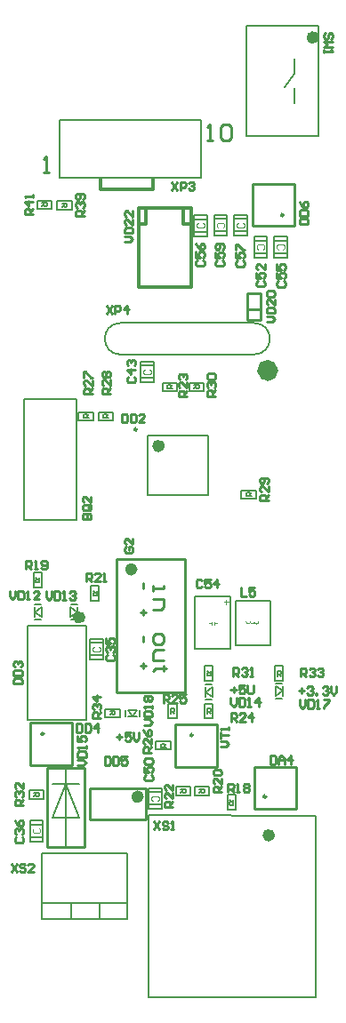
<source format=gto>
G04*
G04 #@! TF.GenerationSoftware,Altium Limited,Altium Designer,19.1.5 (86)*
G04*
G04 Layer_Color=65535*
%FSLAX44Y44*%
%MOMM*%
G71*
G01*
G75*
%ADD10C,1.0000*%
%ADD11C,0.6000*%
%ADD12C,0.2500*%
%ADD13C,0.1000*%
%ADD14C,0.2000*%
%ADD15C,0.3000*%
%ADD16C,0.1500*%
%ADD17C,0.2540*%
%ADD18C,0.0500*%
D10*
X1387014Y727964D02*
G03*
X1387014Y727964I-5000J0D01*
G01*
D11*
X1427940Y1045210D02*
G03*
X1427940Y1045210I-3000J0D01*
G01*
X1281170Y656040D02*
G03*
X1281170Y656040I-3000J0D01*
G01*
X1255220Y538480D02*
G03*
X1255220Y538480I-3000J0D01*
G01*
X1205690Y492760D02*
G03*
X1205690Y492760I-3000J0D01*
G01*
X1261170Y321860D02*
G03*
X1261170Y321860I-3000J0D01*
G01*
X1386030Y285240D02*
G03*
X1386030Y285240I-3000J0D01*
G01*
D12*
X1397120Y876050D02*
G03*
X1397120Y876050I-1250J0D01*
G01*
X1257670Y671790D02*
G03*
X1257670Y671790I-1250J0D01*
G01*
X1169030Y381860D02*
G03*
X1169030Y381860I-1250J0D01*
G01*
X1310900Y380570D02*
G03*
X1310900Y380570I-1250J0D01*
G01*
X1380528Y321956D02*
G03*
X1380528Y321956I-1250J0D01*
G01*
D13*
X1361540Y488418D02*
G03*
X1365540Y488418I2000J0D01*
G01*
X1365540D02*
G03*
X1369540Y488418I2000J0D01*
G01*
D02*
G03*
X1373540Y488418I2000J0D01*
G01*
X1354029Y868715D02*
X1352862Y867549D01*
Y865216D01*
X1354029Y864050D01*
X1358694D01*
X1359860Y865216D01*
Y867549D01*
X1358694Y868715D01*
X1339606Y863885D02*
X1340773Y865051D01*
Y867384D01*
X1339606Y868550D01*
X1334941D01*
X1333775Y867384D01*
Y865051D01*
X1334941Y863885D01*
X1315929Y868395D02*
X1314762Y867229D01*
Y864896D01*
X1315929Y863730D01*
X1320594D01*
X1321760Y864896D01*
Y867229D01*
X1320594Y868395D01*
X1377741Y843245D02*
X1378908Y844411D01*
Y846744D01*
X1377741Y847910D01*
X1373076D01*
X1371910Y846744D01*
Y844411D01*
X1373076Y843245D01*
X1396791D02*
X1397958Y844411D01*
Y846744D01*
X1396791Y847910D01*
X1392126D01*
X1390960Y846744D01*
Y844411D01*
X1392126Y843245D01*
X1265129Y729015D02*
X1263962Y727849D01*
Y725516D01*
X1265129Y724350D01*
X1269794D01*
X1270960Y725516D01*
Y727849D01*
X1269794Y729015D01*
X1216869Y464855D02*
X1215702Y463689D01*
Y461356D01*
X1216869Y460190D01*
X1221534D01*
X1222700Y461356D01*
Y463689D01*
X1221534Y464855D01*
X1277411Y317785D02*
X1278578Y318951D01*
Y321284D01*
X1277411Y322450D01*
X1272746D01*
X1271580Y321284D01*
Y318951D01*
X1272746Y317785D01*
X1159719Y291815D02*
X1158552Y290649D01*
Y288316D01*
X1159719Y287150D01*
X1164384D01*
X1165550Y288316D01*
Y290649D01*
X1164384Y291815D01*
D14*
X1242060Y773190D02*
G03*
X1242060Y743190I0J-15000D01*
G01*
X1369060D02*
G03*
X1369060Y773190I0J15000D01*
G01*
X1183880Y911230D02*
X1184317Y911205D01*
X1183880Y911230D02*
Y966230D01*
X1198880D01*
X1318260Y911219D02*
Y966230D01*
X1198880D02*
X1318260D01*
X1184317Y911205D02*
X1318260Y911219D01*
X1407160Y982980D02*
Y996950D01*
X1398270Y998220D02*
X1407160Y1010920D01*
Y1024890D01*
X1361440Y951230D02*
Y1056640D01*
Y951230D02*
X1430020D01*
Y1056640D01*
X1361440D02*
X1430020D01*
X1350360Y856300D02*
Y876300D01*
X1362360D01*
Y856300D02*
Y876300D01*
X1350360Y856300D02*
X1362360D01*
X1350360Y860300D02*
X1362360D01*
X1350360Y872300D02*
X1362360D01*
X1343275Y856300D02*
Y876300D01*
X1331275Y856300D02*
X1343275D01*
X1331275D02*
Y876300D01*
X1343275D01*
X1331275Y872300D02*
X1343275D01*
X1331275Y860300D02*
X1343275D01*
X1312260Y855980D02*
Y875980D01*
X1324260D01*
Y855980D02*
Y875980D01*
X1312260Y855980D02*
X1324260D01*
X1312260Y859980D02*
X1324260D01*
X1312260Y871980D02*
X1324260D01*
X1381410Y835660D02*
Y855660D01*
X1369410Y835660D02*
X1381410D01*
X1369410D02*
Y855660D01*
X1381410D01*
X1369410Y851660D02*
X1381410D01*
X1369410Y839660D02*
X1381410D01*
X1400460Y835660D02*
Y855660D01*
X1388460Y835660D02*
X1400460D01*
X1388460D02*
Y855660D01*
X1400460D01*
X1388460Y851660D02*
X1400460D01*
X1388460Y839660D02*
X1400460D01*
X1149750Y700480D02*
X1199750D01*
X1149750Y585480D02*
Y700480D01*
Y585480D02*
X1199750D01*
Y700480D01*
X1261460Y716600D02*
Y736600D01*
X1273460D01*
Y716600D02*
Y736600D01*
X1261460Y716600D02*
X1273460D01*
X1261460Y720600D02*
X1273460D01*
X1261460Y732600D02*
X1273460D01*
X1351290Y466230D02*
X1384290D01*
Y508730D01*
X1351290D02*
X1384290D01*
X1351290Y466230D02*
Y508730D01*
X1160480Y490840D02*
X1166480D01*
X1160480Y504840D02*
X1166480D01*
X1194770D02*
X1200770D01*
X1194770Y490840D02*
X1200770D01*
X1213200Y452440D02*
Y472440D01*
X1225200D01*
Y452440D02*
Y472440D01*
X1213200Y452440D02*
X1225200D01*
X1213200Y456440D02*
X1225200D01*
X1213200Y468440D02*
X1225200D01*
X1268170Y609040D02*
X1325170D01*
X1268170Y666040D02*
X1325170Y666040D01*
X1325170Y609040D01*
X1268170D02*
Y666040D01*
X1260490Y398480D02*
Y404480D01*
X1246490Y398480D02*
Y404480D01*
X1390030Y429656D02*
X1396030D01*
X1390030Y415656D02*
X1396030D01*
X1323040Y414640D02*
X1329040D01*
X1323040Y428640D02*
X1329040D01*
X1281080Y310200D02*
Y330200D01*
X1269080Y310200D02*
X1281080D01*
X1269080D02*
Y330200D01*
X1281080D01*
X1269080Y326200D02*
X1281080D01*
X1269080Y314200D02*
X1281080D01*
X1209040Y394970D02*
Y485140D01*
X1153160Y394970D02*
X1209040D01*
X1153160D02*
Y485140D01*
X1209040D01*
X1156050Y295400D02*
X1168050D01*
X1156050Y283400D02*
X1168050D01*
X1156050Y279400D02*
X1168050D01*
Y299400D01*
X1156050D02*
X1168050D01*
X1156050Y279400D02*
Y299400D01*
X1177490Y334010D02*
X1202490D01*
X1189990Y274010D02*
Y349010D01*
X1177490Y301510D02*
X1202490D01*
X1189990Y332760D02*
Y334010D01*
X1177490Y301510D02*
X1189990Y334010D01*
X1202490Y301510D01*
X1167130Y267700D02*
X1248410D01*
Y205470D02*
Y267700D01*
X1167130Y205470D02*
X1248410D01*
X1167130D02*
Y267700D01*
Y220710D02*
X1248410D01*
X1195070Y205470D02*
Y220710D01*
X1221740Y205470D02*
Y220710D01*
X1268730Y300720D02*
Y304530D01*
X1427480Y303260D01*
Y130540D02*
Y303260D01*
X1268730Y130540D02*
X1427480D01*
X1268730D02*
Y300720D01*
X1346690Y462380D02*
Y512380D01*
X1312690Y462380D02*
X1346690D01*
X1312690D02*
Y512380D01*
X1346690D01*
X1242060Y773190D02*
X1369060D01*
X1241060Y743190D02*
X1369060D01*
D15*
X1272840Y900830D02*
Y910830D01*
X1222840Y900830D02*
X1272840D01*
X1222840D02*
Y910830D01*
X1301471Y867409D02*
Y882409D01*
Y867409D02*
X1308971D01*
X1266471D02*
Y882409D01*
X1258971Y867409D02*
X1266471D01*
X1258970Y807410D02*
Y882410D01*
X1308970D01*
Y807410D02*
Y882410D01*
X1258970Y807410D02*
X1308970D01*
D16*
X1181608Y881380D02*
X1195832D01*
X1181608Y889254D02*
X1195832D01*
X1181608Y881380D02*
Y889254D01*
X1195832Y881380D02*
Y889254D01*
X1162558Y881855D02*
X1176782D01*
X1162558Y889729D02*
X1176782D01*
X1162558Y881855D02*
Y889729D01*
X1176782Y881855D02*
Y889729D01*
X1281938Y716280D02*
X1296162D01*
X1281938Y708406D02*
X1296162D01*
Y716280D01*
X1281938Y708406D02*
Y716280D01*
X1307338Y708340D02*
X1321562D01*
X1307338Y716214D02*
X1321562D01*
X1307338Y708340D02*
Y716214D01*
X1321562Y708340D02*
Y716214D01*
X1356868Y613730D02*
X1371092D01*
X1356868Y605856D02*
X1371092D01*
Y613730D01*
X1356868Y605856D02*
Y613730D01*
X1201928Y688340D02*
X1216152D01*
X1201928Y680466D02*
X1216152D01*
Y688340D01*
X1201928Y680466D02*
Y688340D01*
X1220978D02*
X1235202D01*
X1220978Y680466D02*
X1235202D01*
Y688340D01*
X1220978Y680466D02*
Y688340D01*
X1159190Y521208D02*
Y535432D01*
X1167064Y521208D02*
Y535432D01*
X1159190D02*
X1167064D01*
X1159190Y521208D02*
X1167064D01*
X1166730Y493282D02*
Y502282D01*
X1160230Y497782D02*
X1166730Y493282D01*
X1160230D02*
Y502282D01*
Y497782D02*
X1166730Y502282D01*
X1194520Y493398D02*
Y502398D01*
X1201020Y497898D01*
Y493398D02*
Y502398D01*
X1194520Y493398D02*
X1201020Y497898D01*
X1213800Y508508D02*
Y522732D01*
X1221674Y508508D02*
Y522732D01*
X1213800D02*
X1221674D01*
X1213800Y508508D02*
X1221674D01*
X1396746Y432308D02*
Y446532D01*
X1388872Y432308D02*
Y446532D01*
Y432308D02*
X1396746D01*
X1388872Y446532D02*
X1396746D01*
X1249048Y404730D02*
X1258048D01*
X1253548Y398230D02*
X1258048Y404730D01*
X1249048Y398230D02*
X1258048D01*
X1249048Y404730D02*
X1253548Y398230D01*
X1322070Y432308D02*
Y446532D01*
X1329944Y432308D02*
Y446532D01*
X1322070D02*
X1329944D01*
X1322070Y432308D02*
X1329944D01*
X1227328Y397510D02*
X1241552D01*
X1227328Y405384D02*
X1241552D01*
X1227328Y397510D02*
Y405384D01*
X1241552Y397510D02*
Y405384D01*
X1389780Y418214D02*
Y427214D01*
X1396280Y422714D01*
Y418214D02*
Y427214D01*
X1389780Y418214D02*
X1396280Y422714D01*
X1329290Y417082D02*
Y426082D01*
X1322790Y421582D02*
X1329290Y417082D01*
X1322790D02*
Y426082D01*
Y421582D02*
X1329290Y426082D01*
X1169162Y320040D02*
Y327914D01*
X1154938Y320040D02*
Y327914D01*
X1169162D01*
X1154938Y320040D02*
X1169162D01*
X1275588Y366826D02*
Y374700D01*
X1289812Y366826D02*
Y374700D01*
X1275588Y366826D02*
X1289812D01*
X1275588Y374700D02*
X1289812D01*
X1322136Y410702D02*
X1330010D01*
X1322136Y396478D02*
X1330010D01*
X1322136D02*
Y410702D01*
X1330010Y396478D02*
Y410702D01*
X1287526D02*
X1295400D01*
X1287526Y396478D02*
X1295400D01*
X1287526D02*
Y410702D01*
X1295400Y396478D02*
Y410702D01*
X1343848Y309436D02*
X1351722D01*
X1343848Y323660D02*
X1351722D01*
Y309436D02*
Y323660D01*
X1343848Y309436D02*
Y323660D01*
X1326642Y323260D02*
Y331134D01*
X1312418Y323260D02*
Y331134D01*
X1326642D01*
X1312418Y323260D02*
X1326642D01*
X1308862D02*
Y331134D01*
X1294638Y323260D02*
Y331134D01*
X1308862D01*
X1294638Y323260D02*
X1308862D01*
X1186180Y886968D02*
X1191178D01*
Y884469D01*
X1190345Y883636D01*
X1188679D01*
X1187846Y884469D01*
Y886968D01*
Y885302D02*
X1186180Y883636D01*
X1167130Y887443D02*
X1172128D01*
Y884944D01*
X1171295Y884111D01*
X1169629D01*
X1168796Y884944D01*
Y887443D01*
Y885777D02*
X1167130Y884111D01*
X1291590Y710692D02*
X1286592D01*
Y713191D01*
X1287425Y714024D01*
X1289091D01*
X1289924Y713191D01*
Y710692D01*
Y712358D02*
X1291590Y714024D01*
X1311910Y713928D02*
X1316908D01*
Y711429D01*
X1316075Y710596D01*
X1314409D01*
X1313576Y711429D01*
Y713928D01*
Y712262D02*
X1311910Y710596D01*
X1366520Y608142D02*
X1361522D01*
Y610641D01*
X1362355Y611474D01*
X1364021D01*
X1364854Y610641D01*
Y608142D01*
Y609808D02*
X1366520Y611474D01*
X1211580Y682752D02*
X1206582D01*
Y685251D01*
X1207415Y686084D01*
X1209081D01*
X1209914Y685251D01*
Y682752D01*
Y684418D02*
X1211580Y686084D01*
X1230630Y682752D02*
X1225632D01*
Y685251D01*
X1226465Y686084D01*
X1228131D01*
X1228964Y685251D01*
Y682752D01*
Y684418D02*
X1230630Y686084D01*
X1164778Y530860D02*
Y525862D01*
X1162279D01*
X1161446Y526695D01*
Y528361D01*
X1162279Y529194D01*
X1164778D01*
X1163112D02*
X1161446Y530860D01*
X1219388Y518160D02*
Y513162D01*
X1216889D01*
X1216056Y513995D01*
Y515661D01*
X1216889Y516494D01*
X1219388D01*
X1217722D02*
X1216056Y518160D01*
X1391158Y436880D02*
Y441878D01*
X1393657D01*
X1394490Y441045D01*
Y439379D01*
X1393657Y438546D01*
X1391158D01*
X1392824D02*
X1394490Y436880D01*
X1327658Y441960D02*
Y436962D01*
X1325159D01*
X1324326Y437795D01*
Y439461D01*
X1325159Y440294D01*
X1327658D01*
X1325992D02*
X1324326Y441960D01*
X1231900Y403098D02*
X1236898D01*
Y400599D01*
X1236065Y399766D01*
X1234399D01*
X1233566Y400599D01*
Y403098D01*
Y401432D02*
X1231900Y399766D01*
X1159510Y325628D02*
X1164508D01*
Y323129D01*
X1163675Y322296D01*
X1162009D01*
X1161176Y323129D01*
Y325628D01*
Y323962D02*
X1159510Y322296D01*
X1285240Y369112D02*
X1280242D01*
Y371611D01*
X1281075Y372444D01*
X1282741D01*
X1283574Y371611D01*
Y369112D01*
Y370778D02*
X1285240Y372444D01*
X1324422Y401050D02*
Y406048D01*
X1326921D01*
X1327754Y405215D01*
Y403549D01*
X1326921Y402716D01*
X1324422D01*
X1326088D02*
X1327754Y401050D01*
X1289812D02*
Y406048D01*
X1292311D01*
X1293144Y405215D01*
Y403549D01*
X1292311Y402716D01*
X1289812D01*
X1291478D02*
X1293144Y401050D01*
X1349436Y319088D02*
Y314090D01*
X1346937D01*
X1346104Y314923D01*
Y316589D01*
X1346937Y317422D01*
X1349436D01*
X1347770D02*
X1346104Y319088D01*
X1316990Y328848D02*
X1321988D01*
Y326349D01*
X1321155Y325516D01*
X1319489D01*
X1318656Y326349D01*
Y328848D01*
Y327182D02*
X1316990Y325516D01*
X1299210Y328848D02*
X1304208D01*
Y326349D01*
X1303375Y325516D01*
X1301709D01*
X1300876Y326349D01*
Y328848D01*
Y327182D02*
X1299210Y325516D01*
D17*
X1367870Y865800D02*
Y905800D01*
X1407870D01*
Y865800D02*
Y905800D01*
X1367870Y865800D02*
X1407870D01*
X1363060Y786290D02*
X1375060D01*
X1363060Y801290D02*
X1375060D01*
X1363060Y776290D02*
Y801290D01*
Y776290D02*
X1375060D01*
Y801290D01*
X1303420Y421640D02*
Y548240D01*
X1238420Y421640D02*
X1303420D01*
X1238420D02*
Y548240D01*
X1303420D01*
X1155780Y392110D02*
X1195780D01*
X1155780Y352110D02*
Y392110D01*
Y352110D02*
X1195780D01*
Y392110D01*
X1172490Y274010D02*
X1207490D01*
Y349010D01*
X1172490D02*
X1207490D01*
X1172490Y274010D02*
Y349010D01*
X1213170Y299860D02*
Y329860D01*
Y299860D02*
X1266170D01*
Y329860D01*
X1213170D02*
X1266170D01*
X1294150Y390570D02*
X1334150D01*
X1294150Y350570D02*
Y390570D01*
Y350570D02*
X1334150D01*
Y390570D01*
X1369028Y349956D02*
X1409028D01*
Y309956D02*
Y349956D01*
X1369028Y309956D02*
X1409028D01*
X1369028D02*
Y349956D01*
X1238250Y378903D02*
X1243582D01*
X1240916Y381568D02*
Y376237D01*
X1251579Y382901D02*
X1246247D01*
Y378903D01*
X1248913Y380236D01*
X1250246D01*
X1251579Y378903D01*
Y376237D01*
X1250246Y374904D01*
X1247580D01*
X1246247Y376237D01*
X1254245Y382901D02*
Y377570D01*
X1256911Y374904D01*
X1259576Y377570D01*
Y382901D01*
X1411732Y423099D02*
X1417064D01*
X1414398Y425765D02*
Y420433D01*
X1419729Y425765D02*
X1421062Y427097D01*
X1423728D01*
X1425061Y425765D01*
Y424432D01*
X1423728Y423099D01*
X1422395D01*
X1423728D01*
X1425061Y421766D01*
Y420433D01*
X1423728Y419100D01*
X1421062D01*
X1419729Y420433D01*
X1427727Y419100D02*
Y420433D01*
X1429060D01*
Y419100D01*
X1427727D01*
X1434391Y425765D02*
X1435724Y427097D01*
X1438390D01*
X1439723Y425765D01*
Y424432D01*
X1438390Y423099D01*
X1437057D01*
X1438390D01*
X1439723Y421766D01*
Y420433D01*
X1438390Y419100D01*
X1435724D01*
X1434391Y420433D01*
X1442389Y427097D02*
Y421766D01*
X1445055Y419100D01*
X1447720Y421766D01*
Y427097D01*
X1346962Y424115D02*
X1352294D01*
X1349628Y426781D02*
Y421449D01*
X1360291Y428113D02*
X1354959D01*
Y424115D01*
X1357625Y425448D01*
X1358958D01*
X1360291Y424115D01*
Y421449D01*
X1358958Y420116D01*
X1356292D01*
X1354959Y421449D01*
X1362957Y428113D02*
Y421449D01*
X1364290Y420116D01*
X1366956D01*
X1368288Y421449D01*
Y428113D01*
X1168880Y916830D02*
X1173958D01*
X1171419D01*
Y932065D01*
X1168880Y929526D01*
X1324610Y947420D02*
X1329688D01*
X1327149D01*
Y962655D01*
X1324610Y960116D01*
X1337306D02*
X1339845Y962655D01*
X1344923D01*
X1347463Y960116D01*
Y949959D01*
X1344923Y947420D01*
X1339845D01*
X1337306Y949959D01*
Y960116D01*
X1263839Y474980D02*
Y469648D01*
Y449580D02*
Y444248D01*
X1266505Y446914D02*
X1261173D01*
X1263839Y500380D02*
Y495048D01*
X1266505Y497714D02*
X1261173D01*
X1263839Y525780D02*
Y520448D01*
X1272540Y474981D02*
Y469902D01*
X1275079Y467363D01*
X1280157D01*
X1282697Y469902D01*
Y474981D01*
X1280157Y477520D01*
X1275079D01*
X1272540Y474981D01*
X1282697Y462285D02*
X1275079D01*
X1272540Y459746D01*
Y452128D01*
X1282697D01*
X1285236Y444511D02*
X1282697D01*
Y447050D01*
Y441972D01*
Y444511D01*
X1275079D01*
X1272540Y441972D01*
Y523240D02*
Y518162D01*
Y520701D01*
X1282697D01*
Y523240D01*
X1272540Y510544D02*
X1282697D01*
Y502927D01*
X1280157Y500387D01*
X1272540D01*
X1205869Y586486D02*
X1213866D01*
Y590485D01*
X1212533Y591818D01*
X1211200D01*
X1209867Y590485D01*
Y586486D01*
Y590485D01*
X1208534Y591818D01*
X1207202D01*
X1205869Y590485D01*
Y586486D01*
X1212533Y599815D02*
X1207202D01*
X1205869Y598482D01*
Y595816D01*
X1207202Y594483D01*
X1212533D01*
X1213866Y595816D01*
Y598482D01*
X1211200Y597149D02*
X1213866Y599815D01*
Y598482D02*
X1212533Y599815D01*
X1213866Y607812D02*
Y602481D01*
X1208534Y607812D01*
X1207202D01*
X1205869Y606480D01*
Y603814D01*
X1207202Y602481D01*
X1137920Y258187D02*
X1143252Y250190D01*
Y258187D02*
X1137920Y250190D01*
X1151249Y256854D02*
X1149916Y258187D01*
X1147250D01*
X1145917Y256854D01*
Y255522D01*
X1147250Y254189D01*
X1149916D01*
X1151249Y252856D01*
Y251523D01*
X1149916Y250190D01*
X1147250D01*
X1145917Y251523D01*
X1159246Y250190D02*
X1153915D01*
X1159246Y255522D01*
Y256854D01*
X1157914Y258187D01*
X1155248D01*
X1153915Y256854D01*
X1273810Y298557D02*
X1279142Y290560D01*
Y298557D02*
X1273810Y290560D01*
X1287139Y297225D02*
X1285806Y298557D01*
X1283140D01*
X1281807Y297225D01*
Y295892D01*
X1283140Y294559D01*
X1285806D01*
X1287139Y293226D01*
Y291893D01*
X1285806Y290560D01*
X1283140D01*
X1281807Y291893D01*
X1289805Y290560D02*
X1292471D01*
X1291138D01*
Y298557D01*
X1289805Y297225D01*
X1228598Y789809D02*
X1233930Y781812D01*
Y789809D02*
X1228598Y781812D01*
X1236595D02*
Y789809D01*
X1240594D01*
X1241927Y788476D01*
Y785811D01*
X1240594Y784478D01*
X1236595D01*
X1248592Y781812D02*
Y789809D01*
X1244593Y785811D01*
X1249924D01*
X1290828Y907665D02*
X1296160Y899668D01*
Y907665D02*
X1290828Y899668D01*
X1298825D02*
Y907665D01*
X1302824D01*
X1304157Y906332D01*
Y903667D01*
X1302824Y902334D01*
X1298825D01*
X1306823Y906332D02*
X1308156Y907665D01*
X1310822D01*
X1312154Y906332D01*
Y905000D01*
X1310822Y903667D01*
X1309489D01*
X1310822D01*
X1312154Y902334D01*
Y901001D01*
X1310822Y899668D01*
X1308156D01*
X1306823Y901001D01*
X1336933Y369570D02*
X1342264D01*
X1344930Y372236D01*
X1342264Y374902D01*
X1336933D01*
Y377567D02*
Y382899D01*
Y380233D01*
X1344930D01*
Y385565D02*
Y388231D01*
Y386898D01*
X1336933D01*
X1338266Y385565D01*
X1245747Y850646D02*
X1251078D01*
X1253744Y853312D01*
X1251078Y855978D01*
X1245747D01*
Y858643D02*
X1253744D01*
Y862642D01*
X1252411Y863975D01*
X1247079D01*
X1245747Y862642D01*
Y858643D01*
X1253744Y871972D02*
Y866641D01*
X1248412Y871972D01*
X1247079D01*
X1245747Y870640D01*
Y867974D01*
X1247079Y866641D01*
X1253744Y879970D02*
Y874638D01*
X1248412Y879970D01*
X1247079D01*
X1245747Y878637D01*
Y875971D01*
X1247079Y874638D01*
X1380875Y774446D02*
X1386206D01*
X1388872Y777112D01*
X1386206Y779778D01*
X1380875D01*
Y782443D02*
X1388872D01*
Y786442D01*
X1387539Y787775D01*
X1382207D01*
X1380875Y786442D01*
Y782443D01*
X1388872Y795772D02*
Y790441D01*
X1383540Y795772D01*
X1382207D01*
X1380875Y794440D01*
Y791774D01*
X1382207Y790441D01*
Y798438D02*
X1380875Y799771D01*
Y802437D01*
X1382207Y803770D01*
X1387539D01*
X1388872Y802437D01*
Y799771D01*
X1387539Y798438D01*
X1382207D01*
X1264035Y390144D02*
X1269366D01*
X1272032Y392810D01*
X1269366Y395476D01*
X1264035D01*
Y398141D02*
X1272032D01*
Y402140D01*
X1270699Y403473D01*
X1265368D01*
X1264035Y402140D01*
Y398141D01*
X1272032Y406139D02*
Y408805D01*
Y407472D01*
X1264035D01*
X1265368Y406139D01*
Y412803D02*
X1264035Y414136D01*
Y416802D01*
X1265368Y418135D01*
X1266700D01*
X1268033Y416802D01*
X1269366Y418135D01*
X1270699D01*
X1272032Y416802D01*
Y414136D01*
X1270699Y412803D01*
X1269366D01*
X1268033Y414136D01*
X1266700Y412803D01*
X1265368D01*
X1268033Y414136D02*
Y416802D01*
X1412494Y414143D02*
Y408812D01*
X1415160Y406146D01*
X1417826Y408812D01*
Y414143D01*
X1420491D02*
Y406146D01*
X1424490D01*
X1425823Y407479D01*
Y412811D01*
X1424490Y414143D01*
X1420491D01*
X1428489Y406146D02*
X1431155D01*
X1429822D01*
Y414143D01*
X1428489Y412811D01*
X1435153Y414143D02*
X1440485D01*
Y412811D01*
X1435153Y407479D01*
Y406146D01*
X1201043Y351790D02*
X1206374D01*
X1209040Y354456D01*
X1206374Y357122D01*
X1201043D01*
Y359787D02*
X1209040D01*
Y363786D01*
X1207707Y365119D01*
X1202375D01*
X1201043Y363786D01*
Y359787D01*
X1209040Y367785D02*
Y370451D01*
Y369118D01*
X1201043D01*
X1202375Y367785D01*
X1201043Y379781D02*
Y374449D01*
X1205041D01*
X1203708Y377115D01*
Y378448D01*
X1205041Y379781D01*
X1207707D01*
X1209040Y378448D01*
Y375782D01*
X1207707Y374449D01*
X1346962Y415921D02*
Y410590D01*
X1349628Y407924D01*
X1352294Y410590D01*
Y415921D01*
X1354959D02*
Y407924D01*
X1358958D01*
X1360291Y409257D01*
Y414589D01*
X1358958Y415921D01*
X1354959D01*
X1362957Y407924D02*
X1365623D01*
X1364290D01*
Y415921D01*
X1362957Y414589D01*
X1373620Y407924D02*
Y415921D01*
X1369621Y411923D01*
X1374953D01*
X1170940Y517521D02*
Y512190D01*
X1173606Y509524D01*
X1176272Y512190D01*
Y517521D01*
X1178937D02*
Y509524D01*
X1182936D01*
X1184269Y510857D01*
Y516189D01*
X1182936Y517521D01*
X1178937D01*
X1186935Y509524D02*
X1189601D01*
X1188268D01*
Y517521D01*
X1186935Y516189D01*
X1193599D02*
X1194932Y517521D01*
X1197598D01*
X1198931Y516189D01*
Y514856D01*
X1197598Y513523D01*
X1196265D01*
X1197598D01*
X1198931Y512190D01*
Y510857D01*
X1197598Y509524D01*
X1194932D01*
X1193599Y510857D01*
X1136396Y517775D02*
Y512444D01*
X1139062Y509778D01*
X1141728Y512444D01*
Y517775D01*
X1144393D02*
Y509778D01*
X1148392D01*
X1149725Y511111D01*
Y516442D01*
X1148392Y517775D01*
X1144393D01*
X1152391Y509778D02*
X1155057D01*
X1153724D01*
Y517775D01*
X1152391Y516442D01*
X1164387Y509778D02*
X1159055D01*
X1164387Y515110D01*
Y516442D01*
X1163054Y517775D01*
X1160388D01*
X1159055Y516442D01*
X1442527Y1043942D02*
X1443859Y1045275D01*
Y1047941D01*
X1442527Y1049274D01*
X1441194D01*
X1439861Y1047941D01*
Y1045275D01*
X1438528Y1043942D01*
X1437195D01*
X1435862Y1045275D01*
Y1047941D01*
X1437195Y1049274D01*
X1443859Y1041277D02*
X1435862D01*
X1438528Y1038611D01*
X1435862Y1035945D01*
X1443859D01*
X1435862Y1033279D02*
Y1030613D01*
Y1031946D01*
X1443859D01*
X1442527Y1033279D01*
X1158748Y876554D02*
X1150751D01*
Y880553D01*
X1152084Y881886D01*
X1154749D01*
X1156082Y880553D01*
Y876554D01*
Y879220D02*
X1158748Y881886D01*
Y888550D02*
X1150751D01*
X1154749Y884551D01*
Y889883D01*
X1158748Y892549D02*
Y895215D01*
Y893882D01*
X1150751D01*
X1152084Y892549D01*
X1207516Y875030D02*
X1199519D01*
Y879029D01*
X1200852Y880362D01*
X1203517D01*
X1204850Y879029D01*
Y875030D01*
Y877696D02*
X1207516Y880362D01*
X1200852Y883027D02*
X1199519Y884360D01*
Y887026D01*
X1200852Y888359D01*
X1202184D01*
X1203517Y887026D01*
Y885693D01*
Y887026D01*
X1204850Y888359D01*
X1206183D01*
X1207516Y887026D01*
Y884360D01*
X1206183Y883027D01*
Y891025D02*
X1207516Y892358D01*
Y895024D01*
X1206183Y896356D01*
X1200852D01*
X1199519Y895024D01*
Y892358D01*
X1200852Y891025D01*
X1202184D01*
X1203517Y892358D01*
Y896356D01*
X1223264Y397002D02*
X1215267D01*
Y401001D01*
X1216600Y402334D01*
X1219265D01*
X1220598Y401001D01*
Y397002D01*
Y399668D02*
X1223264Y402334D01*
X1216600Y404999D02*
X1215267Y406332D01*
Y408998D01*
X1216600Y410331D01*
X1217932D01*
X1219265Y408998D01*
Y407665D01*
Y408998D01*
X1220598Y410331D01*
X1221931D01*
X1223264Y408998D01*
Y406332D01*
X1221931Y404999D01*
X1223264Y416996D02*
X1215267D01*
X1219265Y412997D01*
Y418328D01*
X1413510Y436372D02*
Y444369D01*
X1417509D01*
X1418842Y443036D01*
Y440371D01*
X1417509Y439038D01*
X1413510D01*
X1416176D02*
X1418842Y436372D01*
X1421507Y443036D02*
X1422840Y444369D01*
X1425506D01*
X1426839Y443036D01*
Y441704D01*
X1425506Y440371D01*
X1424173D01*
X1425506D01*
X1426839Y439038D01*
Y437705D01*
X1425506Y436372D01*
X1422840D01*
X1421507Y437705D01*
X1429505Y443036D02*
X1430838Y444369D01*
X1433504D01*
X1434836Y443036D01*
Y441704D01*
X1433504Y440371D01*
X1432171D01*
X1433504D01*
X1434836Y439038D01*
Y437705D01*
X1433504Y436372D01*
X1430838D01*
X1429505Y437705D01*
X1149350Y313690D02*
X1141353D01*
Y317689D01*
X1142685Y319022D01*
X1145351D01*
X1146684Y317689D01*
Y313690D01*
Y316356D02*
X1149350Y319022D01*
X1142685Y321687D02*
X1141353Y323020D01*
Y325686D01*
X1142685Y327019D01*
X1144018D01*
X1145351Y325686D01*
Y324353D01*
Y325686D01*
X1146684Y327019D01*
X1148017D01*
X1149350Y325686D01*
Y323020D01*
X1148017Y321687D01*
X1149350Y335016D02*
Y329685D01*
X1144018Y335016D01*
X1142685D01*
X1141353Y333684D01*
Y331018D01*
X1142685Y329685D01*
X1349248Y436626D02*
Y444623D01*
X1353247D01*
X1354580Y443290D01*
Y440625D01*
X1353247Y439292D01*
X1349248D01*
X1351914D02*
X1354580Y436626D01*
X1357245Y443290D02*
X1358578Y444623D01*
X1361244D01*
X1362577Y443290D01*
Y441958D01*
X1361244Y440625D01*
X1359911D01*
X1361244D01*
X1362577Y439292D01*
Y437959D01*
X1361244Y436626D01*
X1358578D01*
X1357245Y437959D01*
X1365243Y436626D02*
X1367909D01*
X1366576D01*
Y444623D01*
X1365243Y443290D01*
X1332230Y703580D02*
X1324233D01*
Y707579D01*
X1325565Y708912D01*
X1328231D01*
X1329564Y707579D01*
Y703580D01*
Y706246D02*
X1332230Y708912D01*
X1325565Y711577D02*
X1324233Y712910D01*
Y715576D01*
X1325565Y716909D01*
X1326898D01*
X1328231Y715576D01*
Y714243D01*
Y715576D01*
X1329564Y716909D01*
X1330897D01*
X1332230Y715576D01*
Y712910D01*
X1330897Y711577D01*
X1325565Y719575D02*
X1324233Y720908D01*
Y723574D01*
X1325565Y724906D01*
X1330897D01*
X1332230Y723574D01*
Y720908D01*
X1330897Y719575D01*
X1325565D01*
X1382776Y604266D02*
X1374779D01*
Y608265D01*
X1376111Y609598D01*
X1378777D01*
X1380110Y608265D01*
Y604266D01*
Y606932D02*
X1382776Y609598D01*
Y617595D02*
Y612263D01*
X1377444Y617595D01*
X1376111D01*
X1374779Y616262D01*
Y613596D01*
X1376111Y612263D01*
X1381443Y620261D02*
X1382776Y621594D01*
Y624260D01*
X1381443Y625592D01*
X1376111D01*
X1374779Y624260D01*
Y621594D01*
X1376111Y620261D01*
X1377444D01*
X1378777Y621594D01*
Y625592D01*
X1232408Y705612D02*
X1224411D01*
Y709611D01*
X1225743Y710944D01*
X1228409D01*
X1229742Y709611D01*
Y705612D01*
Y708278D02*
X1232408Y710944D01*
Y718941D02*
Y713609D01*
X1227076Y718941D01*
X1225743D01*
X1224411Y717608D01*
Y714942D01*
X1225743Y713609D01*
Y721607D02*
X1224411Y722940D01*
Y725606D01*
X1225743Y726938D01*
X1227076D01*
X1228409Y725606D01*
X1229742Y726938D01*
X1231075D01*
X1232408Y725606D01*
Y722940D01*
X1231075Y721607D01*
X1229742D01*
X1228409Y722940D01*
X1227076Y721607D01*
X1225743D01*
X1228409Y722940D02*
Y725606D01*
X1215136Y705358D02*
X1207139D01*
Y709357D01*
X1208472Y710690D01*
X1211137D01*
X1212470Y709357D01*
Y705358D01*
Y708024D02*
X1215136Y710690D01*
Y718687D02*
Y713355D01*
X1209804Y718687D01*
X1208472D01*
X1207139Y717354D01*
Y714688D01*
X1208472Y713355D01*
X1207139Y721353D02*
Y726684D01*
X1208472D01*
X1213803Y721353D01*
X1215136D01*
X1271524Y363982D02*
X1263527D01*
Y367981D01*
X1264859Y369314D01*
X1267525D01*
X1268858Y367981D01*
Y363982D01*
Y366648D02*
X1271524Y369314D01*
Y377311D02*
Y371979D01*
X1266192Y377311D01*
X1264859D01*
X1263527Y375978D01*
Y373312D01*
X1264859Y371979D01*
X1263527Y385308D02*
X1264859Y382643D01*
X1267525Y379977D01*
X1270191D01*
X1271524Y381310D01*
Y383976D01*
X1270191Y385308D01*
X1268858D01*
X1267525Y383976D01*
Y379977D01*
X1282700Y411480D02*
Y419477D01*
X1286699D01*
X1288032Y418144D01*
Y415479D01*
X1286699Y414146D01*
X1282700D01*
X1285366D02*
X1288032Y411480D01*
X1296029D02*
X1290697D01*
X1296029Y416812D01*
Y418144D01*
X1294696Y419477D01*
X1292030D01*
X1290697Y418144D01*
X1304026Y419477D02*
X1298695D01*
Y415479D01*
X1301361Y416812D01*
X1302694D01*
X1304026Y415479D01*
Y412813D01*
X1302694Y411480D01*
X1300028D01*
X1298695Y412813D01*
X1347216Y393700D02*
Y401697D01*
X1351215D01*
X1352548Y400364D01*
Y397699D01*
X1351215Y396366D01*
X1347216D01*
X1349882D02*
X1352548Y393700D01*
X1360545D02*
X1355213D01*
X1360545Y399032D01*
Y400364D01*
X1359212Y401697D01*
X1356546D01*
X1355213Y400364D01*
X1367210Y393700D02*
Y401697D01*
X1363211Y397699D01*
X1368542D01*
X1305306Y703326D02*
X1297309D01*
Y707325D01*
X1298642Y708658D01*
X1301307D01*
X1302640Y707325D01*
Y703326D01*
Y705992D02*
X1305306Y708658D01*
Y716655D02*
Y711323D01*
X1299974Y716655D01*
X1298642D01*
X1297309Y715322D01*
Y712656D01*
X1298642Y711323D01*
Y719321D02*
X1297309Y720654D01*
Y723320D01*
X1298642Y724652D01*
X1299974D01*
X1301307Y723320D01*
Y721987D01*
Y723320D01*
X1302640Y724652D01*
X1303973D01*
X1305306Y723320D01*
Y720654D01*
X1303973Y719321D01*
X1291844Y312166D02*
X1283847D01*
Y316165D01*
X1285179Y317498D01*
X1287845D01*
X1289178Y316165D01*
Y312166D01*
Y314832D02*
X1291844Y317498D01*
Y325495D02*
Y320163D01*
X1286512Y325495D01*
X1285179D01*
X1283847Y324162D01*
Y321496D01*
X1285179Y320163D01*
X1291844Y333492D02*
Y328161D01*
X1286512Y333492D01*
X1285179D01*
X1283847Y332160D01*
Y329494D01*
X1285179Y328161D01*
X1209294Y527050D02*
Y535047D01*
X1213293D01*
X1214626Y533714D01*
Y531049D01*
X1213293Y529716D01*
X1209294D01*
X1211960D02*
X1214626Y527050D01*
X1222623D02*
X1217291D01*
X1222623Y532382D01*
Y533714D01*
X1221290Y535047D01*
X1218624D01*
X1217291Y533714D01*
X1225289Y527050D02*
X1227955D01*
X1226622D01*
Y535047D01*
X1225289Y533714D01*
X1338072Y326136D02*
X1330075D01*
Y330135D01*
X1331407Y331468D01*
X1334073D01*
X1335406Y330135D01*
Y326136D01*
Y328802D02*
X1338072Y331468D01*
Y339465D02*
Y334133D01*
X1332740Y339465D01*
X1331407D01*
X1330075Y338132D01*
Y335466D01*
X1331407Y334133D01*
Y342131D02*
X1330075Y343464D01*
Y346130D01*
X1331407Y347462D01*
X1336739D01*
X1338072Y346130D01*
Y343464D01*
X1336739Y342131D01*
X1331407D01*
X1151890Y538734D02*
Y546731D01*
X1155889D01*
X1157222Y545398D01*
Y542733D01*
X1155889Y541400D01*
X1151890D01*
X1154556D02*
X1157222Y538734D01*
X1159887D02*
X1162553D01*
X1161220D01*
Y546731D01*
X1159887Y545398D01*
X1166552Y540067D02*
X1167885Y538734D01*
X1170551D01*
X1171884Y540067D01*
Y545398D01*
X1170551Y546731D01*
X1167885D01*
X1166552Y545398D01*
Y544066D01*
X1167885Y542733D01*
X1171884D01*
X1344422Y326390D02*
Y334387D01*
X1348421D01*
X1349754Y333055D01*
Y330389D01*
X1348421Y329056D01*
X1344422D01*
X1347088D02*
X1349754Y326390D01*
X1352419D02*
X1355085D01*
X1353752D01*
Y334387D01*
X1352419Y333055D01*
X1359084D02*
X1360417Y334387D01*
X1363083D01*
X1364416Y333055D01*
Y331722D01*
X1363083Y330389D01*
X1364416Y329056D01*
Y327723D01*
X1363083Y326390D01*
X1360417D01*
X1359084Y327723D01*
Y329056D01*
X1360417Y330389D01*
X1359084Y331722D01*
Y333055D01*
X1360417Y330389D02*
X1363083D01*
X1356360Y520927D02*
Y512930D01*
X1361692D01*
X1369689Y520927D02*
X1364357D01*
Y516929D01*
X1367023Y518262D01*
X1368356D01*
X1369689Y516929D01*
Y514263D01*
X1368356Y512930D01*
X1365690D01*
X1364357Y514263D01*
X1247079Y559814D02*
X1245747Y558481D01*
Y555815D01*
X1247079Y554482D01*
X1252411D01*
X1253744Y555815D01*
Y558481D01*
X1252411Y559814D01*
X1249745D01*
Y557148D01*
X1253744Y567811D02*
Y562479D01*
X1248412Y567811D01*
X1247079D01*
X1245747Y566478D01*
Y563812D01*
X1247079Y562479D01*
X1412371Y867410D02*
X1420368D01*
Y871409D01*
X1419035Y872742D01*
X1413703D01*
X1412371Y871409D01*
Y867410D01*
Y875407D02*
X1420368D01*
Y879406D01*
X1419035Y880739D01*
X1413703D01*
X1412371Y879406D01*
Y875407D01*
Y888736D02*
X1413703Y886071D01*
X1416369Y883405D01*
X1419035D01*
X1420368Y884738D01*
Y887404D01*
X1419035Y888736D01*
X1417702D01*
X1416369Y887404D01*
Y883405D01*
X1226820Y360041D02*
Y352044D01*
X1230819D01*
X1232152Y353377D01*
Y358708D01*
X1230819Y360041D01*
X1226820D01*
X1234817D02*
Y352044D01*
X1238816D01*
X1240149Y353377D01*
Y358708D01*
X1238816Y360041D01*
X1234817D01*
X1248146D02*
X1242815D01*
Y356043D01*
X1245481Y357376D01*
X1246814D01*
X1248146Y356043D01*
Y353377D01*
X1246814Y352044D01*
X1244148D01*
X1242815Y353377D01*
X1200150Y391537D02*
Y383540D01*
X1204149D01*
X1205482Y384873D01*
Y390205D01*
X1204149Y391537D01*
X1200150D01*
X1208147D02*
Y383540D01*
X1212146D01*
X1213479Y384873D01*
Y390205D01*
X1212146Y391537D01*
X1208147D01*
X1220144Y383540D02*
Y391537D01*
X1216145Y387539D01*
X1221476D01*
X1140337Y429514D02*
X1148334D01*
Y433513D01*
X1147001Y434846D01*
X1141669D01*
X1140337Y433513D01*
Y429514D01*
Y437511D02*
X1148334D01*
Y441510D01*
X1147001Y442843D01*
X1141669D01*
X1140337Y441510D01*
Y437511D01*
X1141669Y445509D02*
X1140337Y446842D01*
Y449508D01*
X1141669Y450840D01*
X1143002D01*
X1144335Y449508D01*
Y448175D01*
Y449508D01*
X1145668Y450840D01*
X1147001D01*
X1148334Y449508D01*
Y446842D01*
X1147001Y445509D01*
X1243330Y686431D02*
Y678434D01*
X1247329D01*
X1248662Y679767D01*
Y685098D01*
X1247329Y686431D01*
X1243330D01*
X1251327D02*
Y678434D01*
X1255326D01*
X1256659Y679767D01*
Y685098D01*
X1255326Y686431D01*
X1251327D01*
X1264656Y678434D02*
X1259325D01*
X1264656Y683766D01*
Y685098D01*
X1263324Y686431D01*
X1260658D01*
X1259325Y685098D01*
X1384558Y361053D02*
Y353056D01*
X1388557D01*
X1389890Y354389D01*
Y359720D01*
X1388557Y361053D01*
X1384558D01*
X1392555Y353056D02*
Y358388D01*
X1395221Y361053D01*
X1397887Y358388D01*
Y353056D01*
Y357055D01*
X1392555D01*
X1404552Y353056D02*
Y361053D01*
X1400553Y357055D01*
X1405885D01*
X1333694Y832610D02*
X1332361Y831277D01*
Y828611D01*
X1333694Y827278D01*
X1339025D01*
X1340358Y828611D01*
Y831277D01*
X1339025Y832610D01*
X1332361Y840607D02*
Y835275D01*
X1336359D01*
X1335026Y837941D01*
Y839274D01*
X1336359Y840607D01*
X1339025D01*
X1340358Y839274D01*
Y836608D01*
X1339025Y835275D01*
Y843273D02*
X1340358Y844606D01*
Y847272D01*
X1339025Y848604D01*
X1333694D01*
X1332361Y847272D01*
Y844606D01*
X1333694Y843273D01*
X1335026D01*
X1336359Y844606D01*
Y848604D01*
X1353251Y832356D02*
X1351919Y831023D01*
Y828357D01*
X1353251Y827024D01*
X1358583D01*
X1359916Y828357D01*
Y831023D01*
X1358583Y832356D01*
X1351919Y840353D02*
Y835021D01*
X1355917D01*
X1354584Y837687D01*
Y839020D01*
X1355917Y840353D01*
X1358583D01*
X1359916Y839020D01*
Y836354D01*
X1358583Y835021D01*
X1351919Y843019D02*
Y848350D01*
X1353251D01*
X1358583Y843019D01*
X1359916D01*
X1315152Y832864D02*
X1313819Y831531D01*
Y828865D01*
X1315152Y827532D01*
X1320483D01*
X1321816Y828865D01*
Y831531D01*
X1320483Y832864D01*
X1313819Y840861D02*
Y835529D01*
X1317817D01*
X1316484Y838195D01*
Y839528D01*
X1317817Y840861D01*
X1320483D01*
X1321816Y839528D01*
Y836862D01*
X1320483Y835529D01*
X1313819Y848858D02*
X1315152Y846193D01*
X1317817Y843527D01*
X1320483D01*
X1321816Y844860D01*
Y847526D01*
X1320483Y848858D01*
X1319150D01*
X1317817Y847526D01*
Y843527D01*
X1392113Y813052D02*
X1390781Y811719D01*
Y809053D01*
X1392113Y807720D01*
X1397445D01*
X1398778Y809053D01*
Y811719D01*
X1397445Y813052D01*
X1390781Y821049D02*
Y815717D01*
X1394779D01*
X1393446Y818383D01*
Y819716D01*
X1394779Y821049D01*
X1397445D01*
X1398778Y819716D01*
Y817050D01*
X1397445Y815717D01*
X1390781Y829046D02*
Y823715D01*
X1394779D01*
X1393446Y826381D01*
Y827714D01*
X1394779Y829046D01*
X1397445D01*
X1398778Y827714D01*
Y825048D01*
X1397445Y823715D01*
X1319528Y527618D02*
X1318195Y528951D01*
X1315529D01*
X1314196Y527618D01*
Y522287D01*
X1315529Y520954D01*
X1318195D01*
X1319528Y522287D01*
X1327525Y528951D02*
X1322193D01*
Y524953D01*
X1324859Y526286D01*
X1326192D01*
X1327525Y524953D01*
Y522287D01*
X1326192Y520954D01*
X1323526D01*
X1322193Y522287D01*
X1334190Y520954D02*
Y528951D01*
X1330191Y524953D01*
X1335522D01*
X1372556Y813306D02*
X1371223Y811973D01*
Y809307D01*
X1372556Y807974D01*
X1377887D01*
X1379220Y809307D01*
Y811973D01*
X1377887Y813306D01*
X1371223Y821303D02*
Y815971D01*
X1375221D01*
X1373888Y818637D01*
Y819970D01*
X1375221Y821303D01*
X1377887D01*
X1379220Y819970D01*
Y817304D01*
X1377887Y815971D01*
X1379220Y829300D02*
Y823969D01*
X1373888Y829300D01*
X1372556D01*
X1371223Y827968D01*
Y825302D01*
X1372556Y823969D01*
X1265875Y342390D02*
X1264543Y341057D01*
Y338391D01*
X1265875Y337058D01*
X1271207D01*
X1272540Y338391D01*
Y341057D01*
X1271207Y342390D01*
X1264543Y350387D02*
Y345055D01*
X1268541D01*
X1267208Y347721D01*
Y349054D01*
X1268541Y350387D01*
X1271207D01*
X1272540Y349054D01*
Y346388D01*
X1271207Y345055D01*
X1265875Y353053D02*
X1264543Y354386D01*
Y357052D01*
X1265875Y358384D01*
X1271207D01*
X1272540Y357052D01*
Y354386D01*
X1271207Y353053D01*
X1265875D01*
X1249365Y721866D02*
X1248033Y720533D01*
Y717867D01*
X1249365Y716534D01*
X1254697D01*
X1256030Y717867D01*
Y720533D01*
X1254697Y721866D01*
X1256030Y728530D02*
X1248033D01*
X1252031Y724531D01*
Y729863D01*
X1249365Y732529D02*
X1248033Y733862D01*
Y736528D01*
X1249365Y737860D01*
X1250698D01*
X1252031Y736528D01*
Y735195D01*
Y736528D01*
X1253364Y737860D01*
X1254697D01*
X1256030Y736528D01*
Y733862D01*
X1254697Y732529D01*
X1142685Y283462D02*
X1141353Y282129D01*
Y279463D01*
X1142685Y278130D01*
X1148017D01*
X1149350Y279463D01*
Y282129D01*
X1148017Y283462D01*
X1142685Y286127D02*
X1141353Y287460D01*
Y290126D01*
X1142685Y291459D01*
X1144018D01*
X1145351Y290126D01*
Y288793D01*
Y290126D01*
X1146684Y291459D01*
X1148017D01*
X1149350Y290126D01*
Y287460D01*
X1148017Y286127D01*
X1141353Y299456D02*
X1142685Y296791D01*
X1145351Y294125D01*
X1148017D01*
X1149350Y295458D01*
Y298124D01*
X1148017Y299456D01*
X1146684D01*
X1145351Y298124D01*
Y294125D01*
X1229554Y456944D02*
X1228221Y455611D01*
Y452945D01*
X1229554Y451612D01*
X1234885D01*
X1236218Y452945D01*
Y455611D01*
X1234885Y456944D01*
X1229554Y459609D02*
X1228221Y460942D01*
Y463608D01*
X1229554Y464941D01*
X1230886D01*
X1232219Y463608D01*
Y462275D01*
Y463608D01*
X1233552Y464941D01*
X1234885D01*
X1236218Y463608D01*
Y460942D01*
X1234885Y459609D01*
X1228221Y472938D02*
Y467607D01*
X1232219D01*
X1230886Y470273D01*
Y471606D01*
X1232219Y472938D01*
X1234885D01*
X1236218Y471606D01*
Y468940D01*
X1234885Y467607D01*
D18*
X1325880Y487220D02*
X1328420D01*
X1330960D02*
X1333500D01*
X1328420Y485950D02*
Y488490D01*
X1330960Y485950D02*
Y488490D01*
X1340690Y507380D02*
X1344690D01*
X1342690Y505380D02*
Y509380D01*
M02*

</source>
